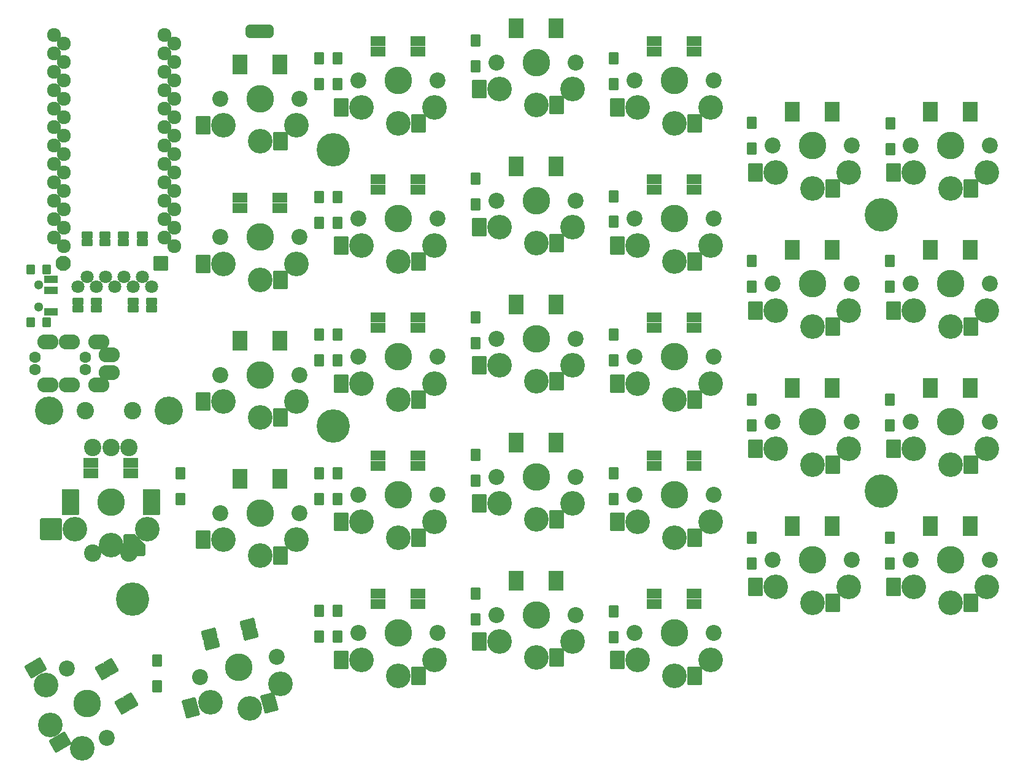
<source format=gbr>
%TF.GenerationSoftware,KiCad,Pcbnew,8.0.7-8.0.7-0~ubuntu24.04.1*%
%TF.CreationDate,2024-12-06T11:00:36+01:00*%
%TF.ProjectId,SofleKeyboard,536f666c-654b-4657-9962-6f6172642e6b,rev?*%
%TF.SameCoordinates,Original*%
%TF.FileFunction,Soldermask,Bot*%
%TF.FilePolarity,Negative*%
%FSLAX46Y46*%
G04 Gerber Fmt 4.6, Leading zero omitted, Abs format (unit mm)*
G04 Created by KiCad (PCBNEW 8.0.7-8.0.7-0~ubuntu24.04.1) date 2024-12-06 11:00:36*
%MOMM*%
%LPD*%
G01*
G04 APERTURE LIST*
G04 Aperture macros list*
%AMRoundRect*
0 Rectangle with rounded corners*
0 $1 Rounding radius*
0 $2 $3 $4 $5 $6 $7 $8 $9 X,Y pos of 4 corners*
0 Add a 4 corners polygon primitive as box body*
4,1,4,$2,$3,$4,$5,$6,$7,$8,$9,$2,$3,0*
0 Add four circle primitives for the rounded corners*
1,1,$1+$1,$2,$3*
1,1,$1+$1,$4,$5*
1,1,$1+$1,$6,$7*
1,1,$1+$1,$8,$9*
0 Add four rect primitives between the rounded corners*
20,1,$1+$1,$2,$3,$4,$5,0*
20,1,$1+$1,$4,$5,$6,$7,0*
20,1,$1+$1,$6,$7,$8,$9,0*
20,1,$1+$1,$8,$9,$2,$3,0*%
%AMFreePoly0*
4,1,22,1.386777,1.480194,1.456366,1.424698,1.494986,1.344504,1.500000,1.300000,1.500000,-1.300000,1.480194,-1.386777,1.424698,-1.456366,1.344504,-1.494986,1.300000,-1.500000,0.000000,-1.500000,-0.086777,-1.480194,-0.141421,-1.441421,-1.441421,-0.141421,-1.488777,-0.066056,-1.500000,0.000000,-1.500000,1.300000,-1.480194,1.386777,-1.424698,1.456366,-1.344504,1.494986,-1.300000,1.500000,
1.300000,1.500000,1.386777,1.480194,1.386777,1.480194,$1*%
%AMFreePoly1*
4,1,40,0.636777,0.930194,0.706366,0.874698,0.744986,0.794504,0.750000,0.750000,0.750000,-0.750000,0.730194,-0.836777,0.674698,-0.906366,0.594504,-0.944986,0.550000,-0.950000,0.000000,-0.950000,-0.022297,-0.944911,-0.071157,-0.944911,-0.127504,-0.936810,-0.264055,-0.896715,-0.315837,-0.873066,-0.435559,-0.796125,-0.478580,-0.758847,-0.571777,-0.651292,-0.602554,-0.603402,-0.661673,-0.473948,
-0.677710,-0.419330,-0.697964,-0.278464,-0.700000,-0.250000,-0.700000,0.250000,-0.697964,0.278464,-0.677710,0.419330,-0.661673,0.473948,-0.602554,0.603402,-0.571777,0.651292,-0.478580,0.758847,-0.435559,0.796125,-0.315837,0.873066,-0.264055,0.896715,-0.127504,0.936810,-0.071157,0.944911,-0.044660,0.944911,-0.044504,0.944986,0.000000,0.950000,0.550000,0.950000,0.636777,0.930194,
0.636777,0.930194,$1*%
%AMFreePoly2*
4,1,40,0.022297,0.944911,0.071157,0.944911,0.127504,0.936810,0.264055,0.896715,0.315837,0.873066,0.435559,0.796125,0.478580,0.758847,0.571777,0.651292,0.602554,0.603402,0.661673,0.473948,0.677710,0.419330,0.697964,0.278464,0.700000,0.250000,0.700000,-0.250000,0.697964,-0.278464,0.677710,-0.419330,0.661673,-0.473948,0.602554,-0.603402,0.571777,-0.651292,0.478580,-0.758847,
0.435559,-0.796125,0.315837,-0.873066,0.264055,-0.896715,0.127504,-0.936810,0.071157,-0.944911,0.044660,-0.944911,0.044504,-0.944986,0.000000,-0.950000,-0.550000,-0.950000,-0.636777,-0.930194,-0.706366,-0.874698,-0.744986,-0.794504,-0.750000,-0.750000,-0.750000,0.750000,-0.730194,0.836777,-0.674698,0.906366,-0.594504,0.944986,-0.550000,0.950000,0.000000,0.950000,0.022297,0.944911,
0.022297,0.944911,$1*%
G04 Aperture macros list end*
%ADD10C,1.600000*%
%ADD11O,2.900000X2.100000*%
%ADD12C,4.600000*%
%ADD13C,1.924000*%
%ADD14C,2.400000*%
%ADD15RoundRect,0.200000X-0.475000X0.650000X-0.475000X-0.650000X0.475000X-0.650000X0.475000X0.650000X0*%
%ADD16C,2.200000*%
%ADD17C,3.400000*%
%ADD18C,3.800000*%
%ADD19RoundRect,0.200000X0.850000X0.500000X-0.850000X0.500000X-0.850000X-0.500000X0.850000X-0.500000X0*%
%ADD20RoundRect,0.200000X0.800000X1.100000X-0.800000X1.100000X-0.800000X-1.100000X0.800000X-1.100000X0*%
%ADD21RoundRect,0.200000X0.858013X-0.486122X0.008013X0.986122X-0.858013X0.486122X-0.008013X-0.986122X0*%
%ADD22RoundRect,0.200000X1.352628X-0.142820X0.552628X1.242820X-1.352628X0.142820X-0.552628X-1.242820X0*%
%ADD23C,3.900000*%
%ADD24C,1.797000*%
%ADD25RoundRect,0.200000X-1.000000X1.600000X-1.000000X-1.600000X1.000000X-1.600000X1.000000X1.600000X0*%
%ADD26RoundRect,0.200000X0.691627X0.702959X-0.950446X0.262967X-0.691627X-0.702959X0.950446X-0.262967X0*%
%ADD27RoundRect,0.200000X0.488040X1.269574X-1.057442X0.855463X-0.488040X-1.269574X1.057442X-0.855463X0*%
%ADD28C,2.100000*%
%ADD29C,1.300000*%
%ADD30FreePoly0,180.000000*%
%ADD31RoundRect,0.200000X1.300000X1.300000X-1.300000X1.300000X-1.300000X-1.300000X1.300000X-1.300000X0*%
%ADD32RoundRect,0.308824X-0.741176X-0.741176X0.741176X-0.741176X0.741176X0.741176X-0.741176X0.741176X0*%
%ADD33RoundRect,0.200000X0.571500X-0.317500X0.571500X0.317500X-0.571500X0.317500X-0.571500X-0.317500X0*%
%ADD34RoundRect,0.200000X-0.571500X0.317500X-0.571500X-0.317500X0.571500X-0.317500X0.571500X0.317500X0*%
%ADD35FreePoly1,180.000000*%
%ADD36RoundRect,0.200000X0.500000X0.750000X-0.500000X0.750000X-0.500000X-0.750000X0.500000X-0.750000X0*%
%ADD37FreePoly2,180.000000*%
%ADD38RoundRect,0.200000X0.400000X-0.500000X0.400000X0.500000X-0.400000X0.500000X-0.400000X-0.500000X0*%
%ADD39RoundRect,0.200000X0.750000X-0.350000X0.750000X0.350000X-0.750000X0.350000X-0.750000X-0.350000X0*%
G04 APERTURE END LIST*
D10*
X89500000Y-87400000D03*
X96500000Y-87400000D03*
X89500000Y-85650000D03*
X96500000Y-85650000D03*
D11*
X98300000Y-89500000D03*
X98300000Y-83550000D03*
X94300000Y-89500000D03*
X94300000Y-83550000D03*
X91300000Y-89500000D03*
X91300000Y-83550000D03*
X99800000Y-87750000D03*
X99800000Y-85300000D03*
D12*
X103000000Y-119000000D03*
D13*
X92180000Y-41230000D03*
X108718815Y-42425745D03*
X92180000Y-43770000D03*
X108718815Y-44965745D03*
X92180000Y-46310000D03*
X108718815Y-47505745D03*
X92180000Y-48850000D03*
X108718815Y-50045745D03*
X92180000Y-51390000D03*
X108718815Y-52585745D03*
X92180000Y-53930000D03*
X108718815Y-55125745D03*
X92180000Y-56470000D03*
X108718815Y-57665745D03*
X92180000Y-59010000D03*
X108718815Y-60205745D03*
X92180000Y-61550000D03*
X108718815Y-62745745D03*
X92180000Y-64090000D03*
X108718815Y-65285745D03*
X92180000Y-66630000D03*
X108718815Y-67825745D03*
X92180000Y-69170000D03*
X108718815Y-70365745D03*
X93478815Y-70365745D03*
X107420000Y-69170000D03*
X93478815Y-67825745D03*
X107420000Y-66630000D03*
X93478815Y-65285745D03*
X107420000Y-64090000D03*
X93478815Y-62745745D03*
X107420000Y-61550000D03*
X93478815Y-60205745D03*
X107420000Y-59010000D03*
X93478815Y-57665745D03*
X107420000Y-56470000D03*
X93478815Y-55125745D03*
X107420000Y-53930000D03*
X93478815Y-52585745D03*
X107420000Y-51390000D03*
X93478815Y-50045745D03*
X107420000Y-48850000D03*
X93478815Y-47505745D03*
X107420000Y-46310000D03*
X93478815Y-44965745D03*
X107420000Y-43770000D03*
X93478815Y-42425745D03*
X107420000Y-41230000D03*
D14*
X103000000Y-93000000D03*
X96500000Y-93000000D03*
D15*
X128704999Y-44452000D03*
X128704999Y-48002000D03*
X131245000Y-44455000D03*
X131245000Y-48005000D03*
X150345001Y-41955000D03*
X150345001Y-45505000D03*
X169345000Y-44455000D03*
X169345000Y-48005000D03*
X188445000Y-53325000D03*
X188445000Y-56875000D03*
X207545000Y-53455000D03*
X207545000Y-57005000D03*
X128705000Y-82555000D03*
X128705000Y-86105000D03*
X128705001Y-101655000D03*
X128705001Y-105205000D03*
X109550000Y-101655000D03*
X109550000Y-105205000D03*
X106399120Y-127527640D03*
X106399120Y-131077640D03*
D16*
X126050000Y-50000000D03*
D17*
X125550000Y-53700000D03*
X120550000Y-55900000D03*
D18*
X120550000Y-50000000D03*
D17*
X115550000Y-53700000D03*
D16*
X115050000Y-50000000D03*
D19*
X117800000Y-44601000D03*
X117800000Y-46001000D03*
X123300000Y-46001000D03*
X123300000Y-44601000D03*
D20*
X123350000Y-55900000D03*
X112750000Y-53700000D03*
D16*
X164150000Y-45000000D03*
D17*
X163650000Y-48700000D03*
X158650000Y-50900000D03*
D18*
X158650000Y-45000000D03*
D17*
X153650000Y-48700000D03*
D16*
X153150000Y-45000000D03*
D19*
X155900000Y-39601000D03*
X155900000Y-41001000D03*
X161400000Y-41001000D03*
X161400000Y-39601000D03*
D20*
X161450000Y-50900000D03*
X150850000Y-48700000D03*
D16*
X126049999Y-88100000D03*
D17*
X125549999Y-91800000D03*
X120549999Y-94000000D03*
D18*
X120549999Y-88100000D03*
D17*
X115549999Y-91800000D03*
D16*
X115049999Y-88100000D03*
D19*
X117799999Y-82701000D03*
X117799999Y-84101000D03*
X123299999Y-84101000D03*
X123299999Y-82701000D03*
D20*
X123349999Y-94000000D03*
X112749999Y-91800000D03*
D16*
X145100000Y-85600001D03*
D17*
X144600000Y-89300001D03*
X139600000Y-91500001D03*
D18*
X139600000Y-85600001D03*
D17*
X134600000Y-89300001D03*
D16*
X134100000Y-85600001D03*
D19*
X136850000Y-80201001D03*
X136850000Y-81601001D03*
X142350000Y-81601001D03*
X142350000Y-80201001D03*
D20*
X142400000Y-91500001D03*
X131800000Y-89300001D03*
D16*
X126050000Y-107150000D03*
D17*
X125550000Y-110850000D03*
X120550000Y-113050000D03*
D18*
X120550000Y-107150000D03*
D17*
X115550000Y-110850000D03*
D16*
X115050000Y-107150000D03*
D19*
X117800000Y-101751000D03*
X117800000Y-103151000D03*
X123300000Y-103151000D03*
X123300000Y-101751000D03*
D20*
X123350000Y-113050000D03*
X112750000Y-110850000D03*
D16*
X164150000Y-102150000D03*
D17*
X163650000Y-105850000D03*
X158650000Y-108050000D03*
D18*
X158650000Y-102150000D03*
D17*
X153650000Y-105850000D03*
D16*
X153150000Y-102150000D03*
D19*
X155900000Y-96751000D03*
X155900000Y-98151000D03*
X161400000Y-98151000D03*
X161400000Y-96751000D03*
D20*
X161450000Y-108050000D03*
X150850000Y-105850000D03*
D16*
X202250000Y-113650000D03*
D17*
X201750000Y-117350000D03*
X196750000Y-119550000D03*
D18*
X196750000Y-113650000D03*
D17*
X191750000Y-117350000D03*
D16*
X191250000Y-113650000D03*
D19*
X194000000Y-108251000D03*
X194000000Y-109651000D03*
X199500000Y-109651000D03*
X199500000Y-108251000D03*
D20*
X199550000Y-119550000D03*
X188950000Y-117350000D03*
D16*
X99460000Y-138163140D03*
D17*
X96005706Y-139580127D03*
X91600450Y-136350000D03*
D18*
X96710000Y-133400000D03*
D17*
X91005706Y-130919873D03*
D16*
X93960000Y-128636860D03*
D21*
X100010671Y-128318930D03*
X98798236Y-129018930D03*
X101548236Y-133782070D03*
X102760671Y-133082070D03*
D22*
X93000450Y-138774871D03*
X89605706Y-128495002D03*
D23*
X91499999Y-93000000D03*
D24*
X96700000Y-74600000D03*
X99240000Y-74600000D03*
X101780000Y-74600000D03*
X104320000Y-74600000D03*
D23*
X108000000Y-93000000D03*
D14*
X102500000Y-98150000D03*
X97500000Y-98150000D03*
X100000000Y-98150000D03*
D25*
X105600000Y-105650000D03*
X94400000Y-105650000D03*
D14*
X97500000Y-112650000D03*
X102500000Y-112650000D03*
D16*
X122912592Y-126976495D03*
D17*
X123387260Y-130679830D03*
X119127032Y-134098962D03*
D18*
X117600000Y-128400000D03*
D17*
X113728001Y-133268021D03*
D16*
X112287408Y-129823505D03*
D26*
X113546340Y-123896719D03*
X113908687Y-125249015D03*
X119221279Y-123825510D03*
X118858932Y-122473214D03*
D27*
X121831625Y-133374269D03*
X111023409Y-133992714D03*
D16*
X221300000Y-75550000D03*
D17*
X220800000Y-79250000D03*
X215800000Y-81450000D03*
D18*
X215800000Y-75550000D03*
D17*
X210800000Y-79250000D03*
D16*
X210300000Y-75550000D03*
D19*
X213050000Y-70151000D03*
X213050000Y-71551000D03*
X218550000Y-71551000D03*
X218550000Y-70151000D03*
D20*
X218600000Y-81450000D03*
X208000000Y-79250000D03*
D16*
X221300000Y-94600000D03*
D17*
X220800000Y-98300000D03*
X215800000Y-100500000D03*
D18*
X215800000Y-94600000D03*
D17*
X210800000Y-98300000D03*
D16*
X210300000Y-94600000D03*
D19*
X213050000Y-89201000D03*
X213050000Y-90601000D03*
X218550000Y-90601000D03*
X218550000Y-89201000D03*
D20*
X218600000Y-100500000D03*
X208000000Y-98300000D03*
D16*
X221300000Y-113650000D03*
D17*
X220800000Y-117350000D03*
X215800000Y-119550000D03*
D18*
X215800000Y-113650000D03*
D17*
X210800000Y-117350000D03*
D16*
X210300000Y-113650000D03*
D19*
X213050000Y-108251000D03*
X213050000Y-109651000D03*
X218550000Y-109651000D03*
X218550000Y-108251000D03*
D20*
X218600000Y-119550000D03*
X208000000Y-117350000D03*
D16*
X183200000Y-47500000D03*
D17*
X182700000Y-51200000D03*
X177700000Y-53400000D03*
D18*
X177700000Y-47500000D03*
D17*
X172700000Y-51200000D03*
D16*
X172200000Y-47500000D03*
D19*
X174950000Y-42101000D03*
X174950000Y-43501000D03*
X180450000Y-43501000D03*
X180450000Y-42101000D03*
D20*
X180500000Y-53400000D03*
X169900000Y-51200000D03*
D12*
X206275000Y-66025000D03*
D15*
X128705001Y-63555000D03*
X128705001Y-67105000D03*
X131245000Y-63555000D03*
X131245000Y-67105000D03*
X150345000Y-61045000D03*
X150345000Y-64595000D03*
X169345000Y-63455000D03*
X169345000Y-67005000D03*
X188445000Y-72354999D03*
X188445000Y-75904999D03*
X207445001Y-72355001D03*
X207445001Y-75905001D03*
D16*
X202250000Y-56500000D03*
D17*
X201750000Y-60200000D03*
X196750000Y-62400000D03*
D18*
X196750000Y-56500000D03*
D17*
X191750000Y-60200000D03*
D16*
X191250000Y-56500000D03*
D19*
X194000000Y-51101000D03*
X194000000Y-52501000D03*
X199500000Y-52501000D03*
X199500000Y-51101000D03*
D20*
X199550000Y-62400000D03*
X188950000Y-60200000D03*
D16*
X145100000Y-66550001D03*
D17*
X144600000Y-70250001D03*
X139600000Y-72450001D03*
D18*
X139600000Y-66550001D03*
D17*
X134600000Y-70250001D03*
D16*
X134100000Y-66550001D03*
D19*
X136850000Y-61151001D03*
X136850000Y-62551001D03*
X142350000Y-62551001D03*
X142350000Y-61151001D03*
D20*
X142400000Y-72450001D03*
X131800000Y-70250001D03*
D16*
X183200000Y-66550000D03*
D17*
X182700000Y-70250000D03*
X177700000Y-72450000D03*
D18*
X177700000Y-66550000D03*
D17*
X172700000Y-70250000D03*
D16*
X172200000Y-66550000D03*
D19*
X174950000Y-61151000D03*
X174950000Y-62551000D03*
X180450000Y-62551000D03*
X180450000Y-61151000D03*
D20*
X180500000Y-72450000D03*
X169900000Y-70250000D03*
D16*
X164150001Y-64050000D03*
D17*
X163650001Y-67750000D03*
X158650001Y-69950000D03*
D18*
X158650001Y-64050000D03*
D17*
X153650001Y-67750000D03*
D16*
X153150001Y-64050000D03*
D19*
X155900001Y-58651000D03*
X155900001Y-60051000D03*
X161400001Y-60051000D03*
X161400001Y-58651000D03*
D20*
X161450001Y-69950000D03*
X150850001Y-67750000D03*
D16*
X183200000Y-85600001D03*
D17*
X182700000Y-89300001D03*
X177700000Y-91500001D03*
D18*
X177700000Y-85600001D03*
D17*
X172700000Y-89300001D03*
D16*
X172200000Y-85600001D03*
D19*
X174950000Y-80201001D03*
X174950000Y-81601001D03*
X180450000Y-81601001D03*
X180450000Y-80201001D03*
D20*
X180500000Y-91500001D03*
X169900000Y-89300001D03*
D16*
X221300000Y-56500000D03*
D17*
X220800000Y-60200000D03*
X215800000Y-62400000D03*
D18*
X215800000Y-56500000D03*
D17*
X210800000Y-60200000D03*
D16*
X210300000Y-56500000D03*
D19*
X213050000Y-51101000D03*
X213050000Y-52501000D03*
X218550000Y-52501000D03*
X218550000Y-51101000D03*
D20*
X218600000Y-62400000D03*
X208000000Y-60200000D03*
D16*
X126049999Y-69100000D03*
D17*
X125549999Y-72800000D03*
X120549999Y-75000000D03*
D18*
X120549999Y-69100000D03*
D17*
X115549999Y-72800000D03*
D16*
X115049999Y-69100000D03*
D19*
X117799999Y-63701000D03*
X117799999Y-65101000D03*
X123299999Y-65101000D03*
X123299999Y-63701000D03*
D20*
X123349999Y-75000000D03*
X112749999Y-72800000D03*
D16*
X183200000Y-123699999D03*
D17*
X182700000Y-127399999D03*
X177700000Y-129599999D03*
D18*
X177700000Y-123699999D03*
D17*
X172700000Y-127399999D03*
D16*
X172200000Y-123699999D03*
D19*
X174950000Y-118300999D03*
X174950000Y-119700999D03*
X180450000Y-119700999D03*
X180450000Y-118300999D03*
D20*
X180500000Y-129599999D03*
X169900000Y-127399999D03*
D16*
X202250000Y-75549999D03*
D17*
X201750000Y-79249999D03*
X196750000Y-81449999D03*
D18*
X196750000Y-75549999D03*
D17*
X191750000Y-79249999D03*
D16*
X191250000Y-75549999D03*
D19*
X194000000Y-70150999D03*
X194000000Y-71550999D03*
X199500000Y-71550999D03*
X199500000Y-70150999D03*
D20*
X199550000Y-81449999D03*
X188950000Y-79249999D03*
D16*
X183200000Y-104650001D03*
D17*
X182700000Y-108350001D03*
X177700000Y-110550001D03*
D18*
X177700000Y-104650001D03*
D17*
X172700000Y-108350001D03*
D16*
X172200000Y-104650001D03*
D19*
X174950000Y-99251001D03*
X174950000Y-100651001D03*
X180450000Y-100651001D03*
X180450000Y-99251001D03*
D20*
X180500000Y-110550001D03*
X169900000Y-108350001D03*
D16*
X202250000Y-94600000D03*
D17*
X201750000Y-98300000D03*
X196750000Y-100500000D03*
D18*
X196750000Y-94600000D03*
D17*
X191750000Y-98300000D03*
D16*
X191250000Y-94600000D03*
D19*
X194000000Y-89201000D03*
X194000000Y-90601000D03*
X199500000Y-90601000D03*
X199500000Y-89201000D03*
D20*
X199550000Y-100500000D03*
X188950000Y-98300000D03*
D16*
X164150000Y-121200000D03*
D17*
X163650000Y-124900000D03*
X158650000Y-127100000D03*
D18*
X158650000Y-121200000D03*
D17*
X153650000Y-124900000D03*
D16*
X153150000Y-121200000D03*
D19*
X155900000Y-115801000D03*
X155900000Y-117201000D03*
X161400000Y-117201000D03*
X161400000Y-115801000D03*
D20*
X161450000Y-127100000D03*
X150850000Y-124900000D03*
D16*
X164150000Y-83100000D03*
D17*
X163650000Y-86800000D03*
X158650000Y-89000000D03*
D18*
X158650000Y-83100000D03*
D17*
X153650000Y-86800000D03*
D16*
X153150000Y-83100000D03*
D19*
X155900000Y-77701000D03*
X155900000Y-79101000D03*
X161400000Y-79101000D03*
X161400000Y-77701000D03*
D20*
X161450000Y-89000000D03*
X150850000Y-86800000D03*
D16*
X145100000Y-47500000D03*
D17*
X144600000Y-51200000D03*
X139600000Y-53400000D03*
D18*
X139600000Y-47500000D03*
D17*
X134600000Y-51200000D03*
D16*
X134100000Y-47500000D03*
D19*
X136850000Y-42101000D03*
X136850000Y-43501000D03*
X142350000Y-43501000D03*
X142350000Y-42101000D03*
D20*
X142400000Y-53400000D03*
X131800000Y-51200000D03*
D15*
X128705000Y-120655000D03*
X128705000Y-124205000D03*
D16*
X145100000Y-104650001D03*
D17*
X144600000Y-108350001D03*
X139600000Y-110550001D03*
D18*
X139600000Y-104650001D03*
D17*
X134600000Y-108350001D03*
D16*
X134100000Y-104650001D03*
D19*
X136850000Y-99251001D03*
X136850000Y-100651001D03*
X142350000Y-100651001D03*
X142350000Y-99251001D03*
D20*
X142400000Y-110550001D03*
X131800000Y-108350001D03*
D12*
X206275000Y-104125000D03*
D15*
X150345000Y-80145000D03*
X150345000Y-83695000D03*
X169345000Y-82555000D03*
X169345000Y-86105000D03*
X188445000Y-91555000D03*
X188445000Y-95105000D03*
X207445000Y-91555000D03*
X207445000Y-95105000D03*
X131245000Y-120655000D03*
X131245000Y-124205000D03*
X150345000Y-118245000D03*
X150345000Y-121795000D03*
X207495000Y-110555000D03*
X207495000Y-114105000D03*
X131245000Y-101655000D03*
X131245000Y-105205000D03*
X150345000Y-99145000D03*
X150345000Y-102695000D03*
X169344999Y-101655000D03*
X169344999Y-105205000D03*
X188445000Y-110555000D03*
X188445000Y-114105000D03*
X131245000Y-82555001D03*
X131245000Y-86105001D03*
X169345000Y-120755000D03*
X169345000Y-124305000D03*
D16*
X145099999Y-123700000D03*
D17*
X144599999Y-127400000D03*
X139599999Y-129600000D03*
D18*
X139599999Y-123700000D03*
D17*
X134599999Y-127400000D03*
D16*
X134099999Y-123700000D03*
D19*
X136849999Y-118301000D03*
X136849999Y-119701000D03*
X142349999Y-119701000D03*
X142349999Y-118301000D03*
D20*
X142399999Y-129600000D03*
X131799999Y-127400000D03*
D12*
X130700000Y-57024999D03*
X130700000Y-95125000D03*
D28*
X93450000Y-72700000D03*
D29*
X89995000Y-75700000D03*
X89995000Y-78700000D03*
D24*
X95430000Y-75920000D03*
X97970000Y-75920000D03*
X100510000Y-75920000D03*
X103050000Y-75920000D03*
X105590000Y-75920000D03*
D16*
X105500000Y-105650000D03*
D17*
X105000000Y-109350000D03*
X100000000Y-111550000D03*
D18*
X100000000Y-105650000D03*
D17*
X95000000Y-109350000D03*
D16*
X94500000Y-105650000D03*
D19*
X97250000Y-100251000D03*
X97250000Y-101651000D03*
X102750000Y-101651000D03*
X102750000Y-100251000D03*
D30*
X103275000Y-111550000D03*
D31*
X91725000Y-109350000D03*
D32*
X106850000Y-72700000D03*
D33*
X101700000Y-69800379D03*
X101700000Y-68799619D03*
X99200000Y-69800380D03*
X99200000Y-68799620D03*
X96700000Y-69800379D03*
X96700000Y-68799619D03*
X104300000Y-69800379D03*
X104300000Y-68799619D03*
D34*
X95430000Y-78000000D03*
X95430000Y-79000760D03*
D35*
X121800000Y-40700000D03*
D36*
X120500000Y-40700000D03*
D37*
X119200000Y-40700000D03*
D34*
X97970000Y-78000000D03*
X97970000Y-79000760D03*
X103050000Y-78000000D03*
X103050000Y-79000760D03*
X105590000Y-78000000D03*
X105590000Y-79000760D03*
D38*
X88895000Y-80850000D03*
X91105000Y-80850000D03*
D29*
X89995000Y-78700000D03*
X89995000Y-75700000D03*
D38*
X88895000Y-73550000D03*
X91105000Y-73550000D03*
D39*
X91755000Y-79450000D03*
X91755000Y-76450000D03*
X91755000Y-74950000D03*
M02*

</source>
